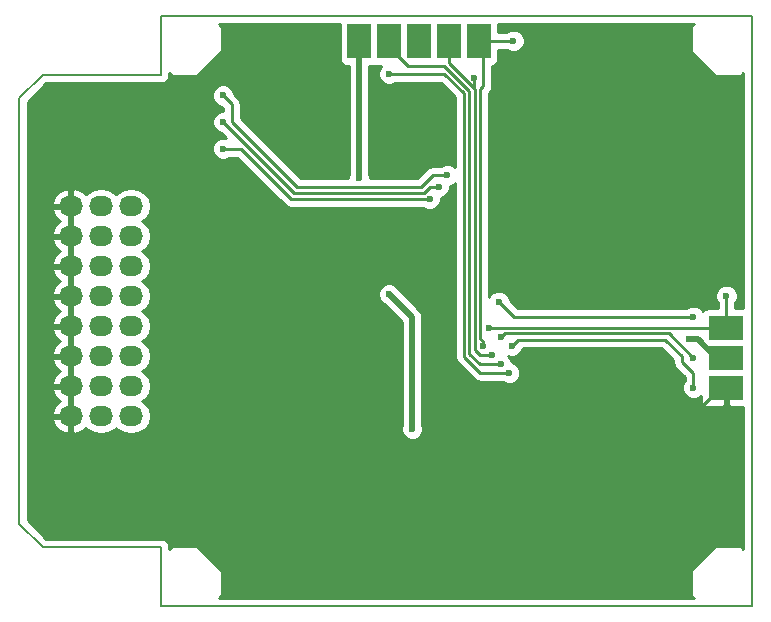
<source format=gbr>
G04 #@! TF.FileFunction,Copper,L2,Bot,Signal*
%FSLAX46Y46*%
G04 Gerber Fmt 4.6, Leading zero omitted, Abs format (unit mm)*
G04 Created by KiCad (PCBNEW 4.0.0-rc1-stable) date 11/9/2015 9:11:32 AM*
%MOMM*%
G01*
G04 APERTURE LIST*
%ADD10C,0.100000*%
%ADD11C,0.150000*%
%ADD12O,2.032000X1.727200*%
%ADD13R,3.000000X2.000000*%
%ADD14R,2.000000X3.000000*%
%ADD15C,0.600000*%
%ADD16C,0.250000*%
%ADD17C,0.500000*%
%ADD18C,0.254000*%
G04 APERTURE END LIST*
D10*
D11*
X100800000Y-76200000D02*
X100800000Y-26200000D01*
X50800000Y-76200000D02*
X100800000Y-76200000D01*
X50800000Y-71200000D02*
X50800000Y-76200000D01*
X40800000Y-71200000D02*
X50800000Y-71200000D01*
X38800000Y-69200000D02*
X40800000Y-71200000D01*
X38800000Y-33200000D02*
X38800000Y-69200000D01*
X40800000Y-31200000D02*
X38800000Y-33200000D01*
X50800000Y-31200000D02*
X40800000Y-31200000D01*
X50800000Y-26200000D02*
X50800000Y-31200000D01*
X100800000Y-26200000D02*
X50800000Y-26200000D01*
D12*
X43180000Y-42310000D03*
X43180000Y-44850000D03*
X43180000Y-47390000D03*
X43180000Y-49930000D03*
X43180000Y-52470000D03*
X43180000Y-55010000D03*
X43180000Y-57550000D03*
X43180000Y-60090000D03*
X45720000Y-42310000D03*
X45720000Y-44850000D03*
X45720000Y-47390000D03*
X45720000Y-49930000D03*
X45720000Y-52470000D03*
X45720000Y-55010000D03*
X45720000Y-57550000D03*
X45720000Y-60090000D03*
X48260000Y-42310000D03*
X48260000Y-44850000D03*
X48260000Y-47390000D03*
X48260000Y-49930000D03*
X48260000Y-52470000D03*
X48260000Y-55010000D03*
X48260000Y-57550000D03*
X48260000Y-60090000D03*
D13*
X98665000Y-52597000D03*
X98665000Y-55137000D03*
X98665000Y-57677000D03*
D14*
X67564000Y-28335000D03*
X70104000Y-28335000D03*
X72644000Y-28335000D03*
X75184000Y-28335000D03*
X77724000Y-28335000D03*
D15*
X70358000Y-52832002D03*
X74422000Y-57023000D03*
X70358000Y-57022996D03*
X78994002Y-45339000D03*
X71120002Y-45339000D03*
X86360000Y-50800000D03*
X86360000Y-42418000D03*
X72262998Y-32512000D03*
X51943000Y-45593000D03*
X50419000Y-49783996D03*
X40259000Y-40132000D03*
X58166000Y-49657000D03*
X52832006Y-55245000D03*
X65277996Y-55245000D03*
X66294000Y-51054000D03*
X92710000Y-50800000D03*
X83566000Y-58928000D03*
X93980000Y-55626000D03*
X64770000Y-67310000D03*
X73660000Y-73406000D03*
X82296000Y-67310000D03*
X78994000Y-34290000D03*
X78740000Y-39624000D03*
X81534000Y-50800000D03*
X58420000Y-34798000D03*
X57403997Y-39624000D03*
X63753996Y-43434000D03*
X74930000Y-35305982D03*
X40386000Y-62484000D03*
X40386000Y-51308000D03*
X63754000Y-38862000D03*
X92583000Y-37211000D03*
X70103994Y-49784000D03*
X72050000Y-61200000D03*
X67550000Y-39950000D03*
X95504000Y-53594000D03*
X79400000Y-50400000D03*
X95884990Y-51689000D03*
X95885000Y-57677000D03*
X80517996Y-54121000D03*
X79600000Y-53400000D03*
X95884994Y-55137000D03*
X78585872Y-52657069D03*
X98679000Y-49911000D03*
X80645000Y-28321000D03*
X78050000Y-54200000D03*
X77343000Y-31496000D03*
X78799994Y-54950000D03*
X79550000Y-55700000D03*
X70104000Y-31115002D03*
X80299996Y-56450000D03*
X56050000Y-32950000D03*
X75050000Y-39700000D03*
X74299994Y-40700000D03*
X56050000Y-35200000D03*
X73550000Y-41700000D03*
X56050000Y-37450000D03*
D16*
X69088000Y-51562002D02*
X70058001Y-52532003D01*
X69088000Y-47371002D02*
X69088000Y-51562002D01*
X71120002Y-45339000D02*
X69088000Y-47371002D01*
X70058001Y-52532003D02*
X70358000Y-52832002D01*
X70358000Y-57022996D02*
X70358000Y-52832002D01*
X82296000Y-63754000D02*
X81153000Y-63754000D01*
X74721999Y-57322999D02*
X74422000Y-57023000D01*
X81153000Y-63754000D02*
X74721999Y-57322999D01*
X78994002Y-45763264D02*
X78994002Y-45339000D01*
X78994002Y-48260002D02*
X78994002Y-45763264D01*
X81534000Y-50800000D02*
X78994002Y-48260002D01*
X73660000Y-73406000D02*
X65278000Y-73406000D01*
X65278000Y-73406000D02*
X64770000Y-72898000D01*
X64770000Y-72898000D02*
X64770000Y-67310000D01*
X86360000Y-50800000D02*
X92710000Y-50800000D01*
X81833999Y-46944001D02*
X86360000Y-42418000D01*
X81534000Y-50800000D02*
X81833999Y-50500001D01*
X81833999Y-50500001D02*
X81833999Y-46944001D01*
X72262998Y-32638980D02*
X72262998Y-32512000D01*
X74930000Y-35305982D02*
X72262998Y-32638980D01*
X98665000Y-57677000D02*
X98165000Y-57677000D01*
X93980000Y-58420000D02*
X93980000Y-55626000D01*
X98165000Y-57677000D02*
X96533000Y-59309000D01*
X96533000Y-59309000D02*
X94869000Y-59309000D01*
X94869000Y-59309000D02*
X93980000Y-58420000D01*
X57403997Y-39624000D02*
X57403997Y-44450003D01*
X57403997Y-44450003D02*
X52923998Y-48930002D01*
X52923998Y-48930002D02*
X51816000Y-48930002D01*
X51816000Y-48930002D02*
X51816000Y-45720000D01*
X51816000Y-45720000D02*
X51943000Y-45593000D01*
X51816000Y-48895000D02*
X50927004Y-49783996D01*
X50927004Y-49783996D02*
X50843264Y-49783996D01*
X50843264Y-49783996D02*
X50419000Y-49783996D01*
X40259000Y-40132000D02*
X40259000Y-41148000D01*
X41421000Y-42310000D02*
X43180000Y-42310000D01*
X40259000Y-41148000D02*
X41421000Y-42310000D01*
X63753996Y-44069004D02*
X58465999Y-49357001D01*
X63753996Y-43434000D02*
X63753996Y-44069004D01*
X58465999Y-49357001D02*
X58166000Y-49657000D01*
X52832006Y-55669264D02*
X52832006Y-55245000D01*
X52832006Y-59054994D02*
X52832006Y-55669264D01*
X49403000Y-62484000D02*
X52832006Y-59054994D01*
X40386000Y-62484000D02*
X49403000Y-62484000D01*
X65577995Y-54945001D02*
X65277996Y-55245000D01*
X66294000Y-54228996D02*
X65577995Y-54945001D01*
X66294000Y-51054000D02*
X66294000Y-54228996D01*
X83566000Y-58928000D02*
X82296000Y-60198000D01*
X82296000Y-60198000D02*
X82296000Y-63754000D01*
X82296000Y-63754000D02*
X82296000Y-67310000D01*
X78740000Y-39624000D02*
X78740000Y-34544000D01*
X78740000Y-34544000D02*
X78994000Y-34290000D01*
X79164264Y-39624000D02*
X78740000Y-39624000D01*
X90170000Y-39624000D02*
X79164264Y-39624000D01*
X92583000Y-37211000D02*
X90170000Y-39624000D01*
X58719999Y-35097999D02*
X58420000Y-34798000D01*
X62484000Y-38862000D02*
X58719999Y-35097999D01*
X63754000Y-38862000D02*
X62484000Y-38862000D01*
X43180000Y-42310000D02*
X43332400Y-42310000D01*
X43180000Y-49930000D02*
X41764000Y-49930000D01*
X41764000Y-49930000D02*
X40386000Y-51308000D01*
D17*
X70403993Y-50083999D02*
X70103994Y-49784000D01*
X72050000Y-51730006D02*
X70403993Y-50083999D01*
X72050000Y-61200000D02*
X72050000Y-51730006D01*
X67564000Y-28335000D02*
X67564000Y-39936000D01*
X67564000Y-39936000D02*
X67550000Y-39950000D01*
X97809000Y-55137000D02*
X96266000Y-53594000D01*
X96266000Y-53594000D02*
X95504000Y-53594000D01*
X98665000Y-55137000D02*
X97809000Y-55137000D01*
D16*
X95884990Y-51689000D02*
X80689000Y-51689000D01*
X79699999Y-50699999D02*
X79400000Y-50400000D01*
X80689000Y-51689000D02*
X79699999Y-50699999D01*
X80517996Y-54121000D02*
X81025996Y-53613000D01*
X81025996Y-53613000D02*
X93472000Y-53613000D01*
X93472000Y-53613000D02*
X94900000Y-55041000D01*
X94900000Y-55041000D02*
X94900000Y-55500000D01*
X94900000Y-55500000D02*
X95885000Y-56485000D01*
X95885000Y-56485000D02*
X95885000Y-57677000D01*
X79899999Y-53100001D02*
X79600000Y-53400000D01*
X93847995Y-53100001D02*
X79899999Y-53100001D01*
X95884994Y-55137000D02*
X93847995Y-53100001D01*
X78645941Y-52597000D02*
X78585872Y-52657069D01*
X98665000Y-52597000D02*
X78645941Y-52597000D01*
X98679000Y-49911000D02*
X98679000Y-52583000D01*
X98679000Y-52583000D02*
X98665000Y-52597000D01*
X78050000Y-53775736D02*
X78050000Y-54200000D01*
X77804033Y-53529769D02*
X78050000Y-53775736D01*
X78105000Y-32131000D02*
X77804033Y-32431967D01*
X78105000Y-28716000D02*
X78105000Y-32131000D01*
X77804033Y-32431967D02*
X77804033Y-53529769D01*
X77724000Y-28335000D02*
X78105000Y-28716000D01*
X80645000Y-28321000D02*
X77738000Y-28321000D01*
X77738000Y-28321000D02*
X77724000Y-28335000D01*
X75184000Y-30223178D02*
X77354022Y-32393200D01*
X75184000Y-28335000D02*
X75184000Y-30223178D01*
X77343000Y-31496000D02*
X77343000Y-32382178D01*
X77343000Y-32382178D02*
X77354022Y-32393200D01*
X78375730Y-54950000D02*
X78799994Y-54950000D01*
X77354022Y-54504022D02*
X77800000Y-54950000D01*
X77354022Y-32393200D02*
X77354022Y-54504022D01*
X77800000Y-54950000D02*
X78375730Y-54950000D01*
X79125736Y-55700000D02*
X79550000Y-55700000D01*
X77800000Y-55700000D02*
X79125736Y-55700000D01*
X76904011Y-54804011D02*
X77800000Y-55700000D01*
X76904011Y-32579600D02*
X76904011Y-54804011D01*
X74804411Y-30480000D02*
X76904011Y-32579600D01*
X71749000Y-30480000D02*
X74804411Y-30480000D01*
X70104000Y-28835000D02*
X71749000Y-30480000D01*
X70104000Y-28335000D02*
X70104000Y-28835000D01*
X74803002Y-31115002D02*
X70104000Y-31115002D01*
X76454000Y-32766000D02*
X74803002Y-31115002D01*
X76454000Y-55051824D02*
X76454000Y-32766000D01*
X77852176Y-56450000D02*
X76454000Y-55051824D01*
X80299996Y-56450000D02*
X77852176Y-56450000D01*
X75050000Y-39700000D02*
X73800000Y-39700000D01*
X56800000Y-33700000D02*
X56050000Y-32950000D01*
X73800000Y-39700000D02*
X72800000Y-40700000D01*
X72800000Y-40700000D02*
X62300000Y-40700000D01*
X62300000Y-40700000D02*
X56800000Y-35200000D01*
X56800000Y-35200000D02*
X56800000Y-33700000D01*
X56050000Y-35200000D02*
X62050000Y-41200000D01*
X62050000Y-41200000D02*
X73050000Y-41200000D01*
X73050000Y-41200000D02*
X73550000Y-40700000D01*
X73550000Y-40700000D02*
X73875730Y-40700000D01*
X73875730Y-40700000D02*
X74299994Y-40700000D01*
X56050000Y-37450000D02*
X57550000Y-37450000D01*
X57550000Y-37450000D02*
X61800000Y-41700000D01*
X61800000Y-41700000D02*
X73125736Y-41700000D01*
X73125736Y-41700000D02*
X73550000Y-41700000D01*
D18*
G36*
X65916560Y-29835000D02*
X65960838Y-30070317D01*
X66099910Y-30286441D01*
X66312110Y-30431431D01*
X66564000Y-30482440D01*
X66679000Y-30482440D01*
X66679000Y-39609463D01*
X66615162Y-39763201D01*
X66615008Y-39940000D01*
X62614802Y-39940000D01*
X57560000Y-34885198D01*
X57560000Y-33700000D01*
X57514589Y-33471705D01*
X57502148Y-33409160D01*
X57337401Y-33162599D01*
X56985122Y-32810320D01*
X56985162Y-32764833D01*
X56843117Y-32421057D01*
X56580327Y-32157808D01*
X56236799Y-32015162D01*
X55864833Y-32014838D01*
X55521057Y-32156883D01*
X55257808Y-32419673D01*
X55115162Y-32763201D01*
X55114838Y-33135167D01*
X55256883Y-33478943D01*
X55519673Y-33742192D01*
X55863201Y-33884838D01*
X55910077Y-33884879D01*
X56040000Y-34014802D01*
X56040000Y-34264991D01*
X55864833Y-34264838D01*
X55521057Y-34406883D01*
X55257808Y-34669673D01*
X55115162Y-35013201D01*
X55114838Y-35385167D01*
X55256883Y-35728943D01*
X55519673Y-35992192D01*
X55863201Y-36134838D01*
X55910077Y-36134879D01*
X56328394Y-36553196D01*
X56236799Y-36515162D01*
X55864833Y-36514838D01*
X55521057Y-36656883D01*
X55257808Y-36919673D01*
X55115162Y-37263201D01*
X55114838Y-37635167D01*
X55256883Y-37978943D01*
X55519673Y-38242192D01*
X55863201Y-38384838D01*
X56235167Y-38385162D01*
X56578943Y-38243117D01*
X56612118Y-38210000D01*
X57235198Y-38210000D01*
X61262599Y-42237401D01*
X61509161Y-42402148D01*
X61800000Y-42460000D01*
X72987537Y-42460000D01*
X73019673Y-42492192D01*
X73363201Y-42634838D01*
X73735167Y-42635162D01*
X74078943Y-42493117D01*
X74342192Y-42230327D01*
X74484838Y-41886799D01*
X74485057Y-41635162D01*
X74485161Y-41635162D01*
X74828937Y-41493117D01*
X75092186Y-41230327D01*
X75234832Y-40886799D01*
X75235051Y-40635162D01*
X75235167Y-40635162D01*
X75578943Y-40493117D01*
X75694000Y-40378261D01*
X75694000Y-55051824D01*
X75751852Y-55342663D01*
X75916599Y-55589225D01*
X77314775Y-56987401D01*
X77561336Y-57152148D01*
X77609590Y-57161746D01*
X77852176Y-57210000D01*
X79737533Y-57210000D01*
X79769669Y-57242192D01*
X80113197Y-57384838D01*
X80485163Y-57385162D01*
X80828939Y-57243117D01*
X81092188Y-56980327D01*
X81234834Y-56636799D01*
X81235158Y-56264833D01*
X81093113Y-55921057D01*
X80830323Y-55657808D01*
X80486795Y-55515162D01*
X80485162Y-55515161D01*
X80485162Y-55514833D01*
X80343117Y-55171057D01*
X80155107Y-54982719D01*
X80331197Y-55055838D01*
X80703163Y-55056162D01*
X81046939Y-54914117D01*
X81310188Y-54651327D01*
X81425760Y-54373000D01*
X93157198Y-54373000D01*
X94140000Y-55355802D01*
X94140000Y-55500000D01*
X94197852Y-55790839D01*
X94362599Y-56037401D01*
X95125000Y-56799802D01*
X95125000Y-57114537D01*
X95092808Y-57146673D01*
X94950162Y-57490201D01*
X94949838Y-57862167D01*
X95091883Y-58205943D01*
X95354673Y-58469192D01*
X95698201Y-58611838D01*
X96070167Y-58612162D01*
X96413943Y-58470117D01*
X96530000Y-58354262D01*
X96530000Y-58803309D01*
X96626673Y-59036698D01*
X96805301Y-59215327D01*
X97038690Y-59312000D01*
X98379250Y-59312000D01*
X98538000Y-59153250D01*
X98538000Y-57804000D01*
X98518000Y-57804000D01*
X98518000Y-57550000D01*
X98538000Y-57550000D01*
X98538000Y-57530000D01*
X98792000Y-57530000D01*
X98792000Y-57550000D01*
X98812000Y-57550000D01*
X98812000Y-57804000D01*
X98792000Y-57804000D01*
X98792000Y-59153250D01*
X98950750Y-59312000D01*
X100090000Y-59312000D01*
X100090000Y-71310394D01*
X99889803Y-71110197D01*
X99849410Y-71083006D01*
X99800000Y-71073000D01*
X97800000Y-71073000D01*
X97752211Y-71082334D01*
X97710197Y-71110197D01*
X95710197Y-73110197D01*
X95683006Y-73150590D01*
X95673000Y-73200000D01*
X95673000Y-75200000D01*
X95682334Y-75247789D01*
X95710197Y-75289803D01*
X95910394Y-75490000D01*
X55689606Y-75490000D01*
X55889803Y-75289803D01*
X55916994Y-75249410D01*
X55927000Y-75200000D01*
X55927000Y-73200000D01*
X55917666Y-73152211D01*
X55889803Y-73110197D01*
X53889803Y-71110197D01*
X53849410Y-71083006D01*
X53800000Y-71073000D01*
X51800000Y-71073000D01*
X51752211Y-71082334D01*
X51710197Y-71110197D01*
X51510000Y-71310394D01*
X51510000Y-71200000D01*
X51455954Y-70928295D01*
X51302046Y-70697954D01*
X51071705Y-70544046D01*
X50800000Y-70490000D01*
X41094092Y-70490000D01*
X39510000Y-68905908D01*
X39510000Y-60449026D01*
X41572642Y-60449026D01*
X41575291Y-60464791D01*
X41829268Y-60992036D01*
X42265680Y-61381954D01*
X42818087Y-61575184D01*
X43053000Y-61430924D01*
X43053000Y-60217000D01*
X41693783Y-60217000D01*
X41572642Y-60449026D01*
X39510000Y-60449026D01*
X39510000Y-57909026D01*
X41572642Y-57909026D01*
X41575291Y-57924791D01*
X41829268Y-58452036D01*
X42241108Y-58820000D01*
X41829268Y-59187964D01*
X41575291Y-59715209D01*
X41572642Y-59730974D01*
X41693783Y-59963000D01*
X43053000Y-59963000D01*
X43053000Y-57677000D01*
X41693783Y-57677000D01*
X41572642Y-57909026D01*
X39510000Y-57909026D01*
X39510000Y-55369026D01*
X41572642Y-55369026D01*
X41575291Y-55384791D01*
X41829268Y-55912036D01*
X42241108Y-56280000D01*
X41829268Y-56647964D01*
X41575291Y-57175209D01*
X41572642Y-57190974D01*
X41693783Y-57423000D01*
X43053000Y-57423000D01*
X43053000Y-55137000D01*
X41693783Y-55137000D01*
X41572642Y-55369026D01*
X39510000Y-55369026D01*
X39510000Y-52829026D01*
X41572642Y-52829026D01*
X41575291Y-52844791D01*
X41829268Y-53372036D01*
X42241108Y-53740000D01*
X41829268Y-54107964D01*
X41575291Y-54635209D01*
X41572642Y-54650974D01*
X41693783Y-54883000D01*
X43053000Y-54883000D01*
X43053000Y-52597000D01*
X41693783Y-52597000D01*
X41572642Y-52829026D01*
X39510000Y-52829026D01*
X39510000Y-50289026D01*
X41572642Y-50289026D01*
X41575291Y-50304791D01*
X41829268Y-50832036D01*
X42241108Y-51200000D01*
X41829268Y-51567964D01*
X41575291Y-52095209D01*
X41572642Y-52110974D01*
X41693783Y-52343000D01*
X43053000Y-52343000D01*
X43053000Y-50057000D01*
X41693783Y-50057000D01*
X41572642Y-50289026D01*
X39510000Y-50289026D01*
X39510000Y-47749026D01*
X41572642Y-47749026D01*
X41575291Y-47764791D01*
X41829268Y-48292036D01*
X42241108Y-48660000D01*
X41829268Y-49027964D01*
X41575291Y-49555209D01*
X41572642Y-49570974D01*
X41693783Y-49803000D01*
X43053000Y-49803000D01*
X43053000Y-47517000D01*
X41693783Y-47517000D01*
X41572642Y-47749026D01*
X39510000Y-47749026D01*
X39510000Y-45209026D01*
X41572642Y-45209026D01*
X41575291Y-45224791D01*
X41829268Y-45752036D01*
X42241108Y-46120000D01*
X41829268Y-46487964D01*
X41575291Y-47015209D01*
X41572642Y-47030974D01*
X41693783Y-47263000D01*
X43053000Y-47263000D01*
X43053000Y-44977000D01*
X41693783Y-44977000D01*
X41572642Y-45209026D01*
X39510000Y-45209026D01*
X39510000Y-42669026D01*
X41572642Y-42669026D01*
X41575291Y-42684791D01*
X41829268Y-43212036D01*
X42241108Y-43580000D01*
X41829268Y-43947964D01*
X41575291Y-44475209D01*
X41572642Y-44490974D01*
X41693783Y-44723000D01*
X43053000Y-44723000D01*
X43053000Y-42437000D01*
X41693783Y-42437000D01*
X41572642Y-42669026D01*
X39510000Y-42669026D01*
X39510000Y-41950974D01*
X41572642Y-41950974D01*
X41693783Y-42183000D01*
X43053000Y-42183000D01*
X43053000Y-40969076D01*
X43307000Y-40969076D01*
X43307000Y-42183000D01*
X43327000Y-42183000D01*
X43327000Y-42437000D01*
X43307000Y-42437000D01*
X43307000Y-44723000D01*
X43327000Y-44723000D01*
X43327000Y-44977000D01*
X43307000Y-44977000D01*
X43307000Y-47263000D01*
X43327000Y-47263000D01*
X43327000Y-47517000D01*
X43307000Y-47517000D01*
X43307000Y-49803000D01*
X43327000Y-49803000D01*
X43327000Y-50057000D01*
X43307000Y-50057000D01*
X43307000Y-52343000D01*
X43327000Y-52343000D01*
X43327000Y-52597000D01*
X43307000Y-52597000D01*
X43307000Y-54883000D01*
X43327000Y-54883000D01*
X43327000Y-55137000D01*
X43307000Y-55137000D01*
X43307000Y-57423000D01*
X43327000Y-57423000D01*
X43327000Y-57677000D01*
X43307000Y-57677000D01*
X43307000Y-59963000D01*
X43327000Y-59963000D01*
X43327000Y-60217000D01*
X43307000Y-60217000D01*
X43307000Y-61430924D01*
X43541913Y-61575184D01*
X44094320Y-61381954D01*
X44430246Y-61081816D01*
X44475585Y-61149670D01*
X44961766Y-61474526D01*
X45535255Y-61588600D01*
X45904745Y-61588600D01*
X46478234Y-61474526D01*
X46964415Y-61149670D01*
X46990000Y-61111379D01*
X47015585Y-61149670D01*
X47501766Y-61474526D01*
X48075255Y-61588600D01*
X48444745Y-61588600D01*
X49018234Y-61474526D01*
X49504415Y-61149670D01*
X49829271Y-60663489D01*
X49943345Y-60090000D01*
X49829271Y-59516511D01*
X49504415Y-59030330D01*
X49189634Y-58820000D01*
X49504415Y-58609670D01*
X49829271Y-58123489D01*
X49943345Y-57550000D01*
X49829271Y-56976511D01*
X49504415Y-56490330D01*
X49189634Y-56280000D01*
X49504415Y-56069670D01*
X49829271Y-55583489D01*
X49943345Y-55010000D01*
X49829271Y-54436511D01*
X49504415Y-53950330D01*
X49189634Y-53740000D01*
X49504415Y-53529670D01*
X49829271Y-53043489D01*
X49943345Y-52470000D01*
X49829271Y-51896511D01*
X49504415Y-51410330D01*
X49189634Y-51200000D01*
X49504415Y-50989670D01*
X49829271Y-50503489D01*
X49935554Y-49969167D01*
X69168832Y-49969167D01*
X69310877Y-50312943D01*
X69573667Y-50576192D01*
X69694981Y-50626566D01*
X69778201Y-50709786D01*
X69778203Y-50709789D01*
X71165000Y-52096585D01*
X71165000Y-60893178D01*
X71115162Y-61013201D01*
X71114838Y-61385167D01*
X71256883Y-61728943D01*
X71519673Y-61992192D01*
X71863201Y-62134838D01*
X72235167Y-62135162D01*
X72578943Y-61993117D01*
X72842192Y-61730327D01*
X72984838Y-61386799D01*
X72985162Y-61014833D01*
X72935000Y-60893431D01*
X72935000Y-51730006D01*
X72867633Y-51391331D01*
X72675790Y-51104216D01*
X72675787Y-51104214D01*
X71029783Y-49458209D01*
X71029780Y-49458207D01*
X70946739Y-49375165D01*
X70897111Y-49255057D01*
X70634321Y-48991808D01*
X70290793Y-48849162D01*
X69918827Y-48848838D01*
X69575051Y-48990883D01*
X69311802Y-49253673D01*
X69169156Y-49597201D01*
X69168832Y-49969167D01*
X49935554Y-49969167D01*
X49943345Y-49930000D01*
X49829271Y-49356511D01*
X49504415Y-48870330D01*
X49189634Y-48660000D01*
X49504415Y-48449670D01*
X49829271Y-47963489D01*
X49943345Y-47390000D01*
X49829271Y-46816511D01*
X49504415Y-46330330D01*
X49189634Y-46120000D01*
X49504415Y-45909670D01*
X49829271Y-45423489D01*
X49943345Y-44850000D01*
X49829271Y-44276511D01*
X49504415Y-43790330D01*
X49189634Y-43580000D01*
X49504415Y-43369670D01*
X49829271Y-42883489D01*
X49943345Y-42310000D01*
X49829271Y-41736511D01*
X49504415Y-41250330D01*
X49018234Y-40925474D01*
X48444745Y-40811400D01*
X48075255Y-40811400D01*
X47501766Y-40925474D01*
X47015585Y-41250330D01*
X46990000Y-41288621D01*
X46964415Y-41250330D01*
X46478234Y-40925474D01*
X45904745Y-40811400D01*
X45535255Y-40811400D01*
X44961766Y-40925474D01*
X44475585Y-41250330D01*
X44430246Y-41318184D01*
X44094320Y-41018046D01*
X43541913Y-40824816D01*
X43307000Y-40969076D01*
X43053000Y-40969076D01*
X42818087Y-40824816D01*
X42265680Y-41018046D01*
X41829268Y-41407964D01*
X41575291Y-41935209D01*
X41572642Y-41950974D01*
X39510000Y-41950974D01*
X39510000Y-33494092D01*
X41094092Y-31910000D01*
X50800000Y-31910000D01*
X51071705Y-31855954D01*
X51302046Y-31702046D01*
X51455954Y-31471705D01*
X51510000Y-31200000D01*
X51510000Y-31089606D01*
X51710197Y-31289803D01*
X51750590Y-31316994D01*
X51800000Y-31327000D01*
X53800000Y-31327000D01*
X53847789Y-31317666D01*
X53889803Y-31289803D01*
X55889803Y-29289803D01*
X55916994Y-29249410D01*
X55927000Y-29200000D01*
X55927000Y-27200000D01*
X55917666Y-27152211D01*
X55889803Y-27110197D01*
X55689606Y-26910000D01*
X65916560Y-26910000D01*
X65916560Y-29835000D01*
X65916560Y-29835000D01*
G37*
X65916560Y-29835000D02*
X65960838Y-30070317D01*
X66099910Y-30286441D01*
X66312110Y-30431431D01*
X66564000Y-30482440D01*
X66679000Y-30482440D01*
X66679000Y-39609463D01*
X66615162Y-39763201D01*
X66615008Y-39940000D01*
X62614802Y-39940000D01*
X57560000Y-34885198D01*
X57560000Y-33700000D01*
X57514589Y-33471705D01*
X57502148Y-33409160D01*
X57337401Y-33162599D01*
X56985122Y-32810320D01*
X56985162Y-32764833D01*
X56843117Y-32421057D01*
X56580327Y-32157808D01*
X56236799Y-32015162D01*
X55864833Y-32014838D01*
X55521057Y-32156883D01*
X55257808Y-32419673D01*
X55115162Y-32763201D01*
X55114838Y-33135167D01*
X55256883Y-33478943D01*
X55519673Y-33742192D01*
X55863201Y-33884838D01*
X55910077Y-33884879D01*
X56040000Y-34014802D01*
X56040000Y-34264991D01*
X55864833Y-34264838D01*
X55521057Y-34406883D01*
X55257808Y-34669673D01*
X55115162Y-35013201D01*
X55114838Y-35385167D01*
X55256883Y-35728943D01*
X55519673Y-35992192D01*
X55863201Y-36134838D01*
X55910077Y-36134879D01*
X56328394Y-36553196D01*
X56236799Y-36515162D01*
X55864833Y-36514838D01*
X55521057Y-36656883D01*
X55257808Y-36919673D01*
X55115162Y-37263201D01*
X55114838Y-37635167D01*
X55256883Y-37978943D01*
X55519673Y-38242192D01*
X55863201Y-38384838D01*
X56235167Y-38385162D01*
X56578943Y-38243117D01*
X56612118Y-38210000D01*
X57235198Y-38210000D01*
X61262599Y-42237401D01*
X61509161Y-42402148D01*
X61800000Y-42460000D01*
X72987537Y-42460000D01*
X73019673Y-42492192D01*
X73363201Y-42634838D01*
X73735167Y-42635162D01*
X74078943Y-42493117D01*
X74342192Y-42230327D01*
X74484838Y-41886799D01*
X74485057Y-41635162D01*
X74485161Y-41635162D01*
X74828937Y-41493117D01*
X75092186Y-41230327D01*
X75234832Y-40886799D01*
X75235051Y-40635162D01*
X75235167Y-40635162D01*
X75578943Y-40493117D01*
X75694000Y-40378261D01*
X75694000Y-55051824D01*
X75751852Y-55342663D01*
X75916599Y-55589225D01*
X77314775Y-56987401D01*
X77561336Y-57152148D01*
X77609590Y-57161746D01*
X77852176Y-57210000D01*
X79737533Y-57210000D01*
X79769669Y-57242192D01*
X80113197Y-57384838D01*
X80485163Y-57385162D01*
X80828939Y-57243117D01*
X81092188Y-56980327D01*
X81234834Y-56636799D01*
X81235158Y-56264833D01*
X81093113Y-55921057D01*
X80830323Y-55657808D01*
X80486795Y-55515162D01*
X80485162Y-55515161D01*
X80485162Y-55514833D01*
X80343117Y-55171057D01*
X80155107Y-54982719D01*
X80331197Y-55055838D01*
X80703163Y-55056162D01*
X81046939Y-54914117D01*
X81310188Y-54651327D01*
X81425760Y-54373000D01*
X93157198Y-54373000D01*
X94140000Y-55355802D01*
X94140000Y-55500000D01*
X94197852Y-55790839D01*
X94362599Y-56037401D01*
X95125000Y-56799802D01*
X95125000Y-57114537D01*
X95092808Y-57146673D01*
X94950162Y-57490201D01*
X94949838Y-57862167D01*
X95091883Y-58205943D01*
X95354673Y-58469192D01*
X95698201Y-58611838D01*
X96070167Y-58612162D01*
X96413943Y-58470117D01*
X96530000Y-58354262D01*
X96530000Y-58803309D01*
X96626673Y-59036698D01*
X96805301Y-59215327D01*
X97038690Y-59312000D01*
X98379250Y-59312000D01*
X98538000Y-59153250D01*
X98538000Y-57804000D01*
X98518000Y-57804000D01*
X98518000Y-57550000D01*
X98538000Y-57550000D01*
X98538000Y-57530000D01*
X98792000Y-57530000D01*
X98792000Y-57550000D01*
X98812000Y-57550000D01*
X98812000Y-57804000D01*
X98792000Y-57804000D01*
X98792000Y-59153250D01*
X98950750Y-59312000D01*
X100090000Y-59312000D01*
X100090000Y-71310394D01*
X99889803Y-71110197D01*
X99849410Y-71083006D01*
X99800000Y-71073000D01*
X97800000Y-71073000D01*
X97752211Y-71082334D01*
X97710197Y-71110197D01*
X95710197Y-73110197D01*
X95683006Y-73150590D01*
X95673000Y-73200000D01*
X95673000Y-75200000D01*
X95682334Y-75247789D01*
X95710197Y-75289803D01*
X95910394Y-75490000D01*
X55689606Y-75490000D01*
X55889803Y-75289803D01*
X55916994Y-75249410D01*
X55927000Y-75200000D01*
X55927000Y-73200000D01*
X55917666Y-73152211D01*
X55889803Y-73110197D01*
X53889803Y-71110197D01*
X53849410Y-71083006D01*
X53800000Y-71073000D01*
X51800000Y-71073000D01*
X51752211Y-71082334D01*
X51710197Y-71110197D01*
X51510000Y-71310394D01*
X51510000Y-71200000D01*
X51455954Y-70928295D01*
X51302046Y-70697954D01*
X51071705Y-70544046D01*
X50800000Y-70490000D01*
X41094092Y-70490000D01*
X39510000Y-68905908D01*
X39510000Y-60449026D01*
X41572642Y-60449026D01*
X41575291Y-60464791D01*
X41829268Y-60992036D01*
X42265680Y-61381954D01*
X42818087Y-61575184D01*
X43053000Y-61430924D01*
X43053000Y-60217000D01*
X41693783Y-60217000D01*
X41572642Y-60449026D01*
X39510000Y-60449026D01*
X39510000Y-57909026D01*
X41572642Y-57909026D01*
X41575291Y-57924791D01*
X41829268Y-58452036D01*
X42241108Y-58820000D01*
X41829268Y-59187964D01*
X41575291Y-59715209D01*
X41572642Y-59730974D01*
X41693783Y-59963000D01*
X43053000Y-59963000D01*
X43053000Y-57677000D01*
X41693783Y-57677000D01*
X41572642Y-57909026D01*
X39510000Y-57909026D01*
X39510000Y-55369026D01*
X41572642Y-55369026D01*
X41575291Y-55384791D01*
X41829268Y-55912036D01*
X42241108Y-56280000D01*
X41829268Y-56647964D01*
X41575291Y-57175209D01*
X41572642Y-57190974D01*
X41693783Y-57423000D01*
X43053000Y-57423000D01*
X43053000Y-55137000D01*
X41693783Y-55137000D01*
X41572642Y-55369026D01*
X39510000Y-55369026D01*
X39510000Y-52829026D01*
X41572642Y-52829026D01*
X41575291Y-52844791D01*
X41829268Y-53372036D01*
X42241108Y-53740000D01*
X41829268Y-54107964D01*
X41575291Y-54635209D01*
X41572642Y-54650974D01*
X41693783Y-54883000D01*
X43053000Y-54883000D01*
X43053000Y-52597000D01*
X41693783Y-52597000D01*
X41572642Y-52829026D01*
X39510000Y-52829026D01*
X39510000Y-50289026D01*
X41572642Y-50289026D01*
X41575291Y-50304791D01*
X41829268Y-50832036D01*
X42241108Y-51200000D01*
X41829268Y-51567964D01*
X41575291Y-52095209D01*
X41572642Y-52110974D01*
X41693783Y-52343000D01*
X43053000Y-52343000D01*
X43053000Y-50057000D01*
X41693783Y-50057000D01*
X41572642Y-50289026D01*
X39510000Y-50289026D01*
X39510000Y-47749026D01*
X41572642Y-47749026D01*
X41575291Y-47764791D01*
X41829268Y-48292036D01*
X42241108Y-48660000D01*
X41829268Y-49027964D01*
X41575291Y-49555209D01*
X41572642Y-49570974D01*
X41693783Y-49803000D01*
X43053000Y-49803000D01*
X43053000Y-47517000D01*
X41693783Y-47517000D01*
X41572642Y-47749026D01*
X39510000Y-47749026D01*
X39510000Y-45209026D01*
X41572642Y-45209026D01*
X41575291Y-45224791D01*
X41829268Y-45752036D01*
X42241108Y-46120000D01*
X41829268Y-46487964D01*
X41575291Y-47015209D01*
X41572642Y-47030974D01*
X41693783Y-47263000D01*
X43053000Y-47263000D01*
X43053000Y-44977000D01*
X41693783Y-44977000D01*
X41572642Y-45209026D01*
X39510000Y-45209026D01*
X39510000Y-42669026D01*
X41572642Y-42669026D01*
X41575291Y-42684791D01*
X41829268Y-43212036D01*
X42241108Y-43580000D01*
X41829268Y-43947964D01*
X41575291Y-44475209D01*
X41572642Y-44490974D01*
X41693783Y-44723000D01*
X43053000Y-44723000D01*
X43053000Y-42437000D01*
X41693783Y-42437000D01*
X41572642Y-42669026D01*
X39510000Y-42669026D01*
X39510000Y-41950974D01*
X41572642Y-41950974D01*
X41693783Y-42183000D01*
X43053000Y-42183000D01*
X43053000Y-40969076D01*
X43307000Y-40969076D01*
X43307000Y-42183000D01*
X43327000Y-42183000D01*
X43327000Y-42437000D01*
X43307000Y-42437000D01*
X43307000Y-44723000D01*
X43327000Y-44723000D01*
X43327000Y-44977000D01*
X43307000Y-44977000D01*
X43307000Y-47263000D01*
X43327000Y-47263000D01*
X43327000Y-47517000D01*
X43307000Y-47517000D01*
X43307000Y-49803000D01*
X43327000Y-49803000D01*
X43327000Y-50057000D01*
X43307000Y-50057000D01*
X43307000Y-52343000D01*
X43327000Y-52343000D01*
X43327000Y-52597000D01*
X43307000Y-52597000D01*
X43307000Y-54883000D01*
X43327000Y-54883000D01*
X43327000Y-55137000D01*
X43307000Y-55137000D01*
X43307000Y-57423000D01*
X43327000Y-57423000D01*
X43327000Y-57677000D01*
X43307000Y-57677000D01*
X43307000Y-59963000D01*
X43327000Y-59963000D01*
X43327000Y-60217000D01*
X43307000Y-60217000D01*
X43307000Y-61430924D01*
X43541913Y-61575184D01*
X44094320Y-61381954D01*
X44430246Y-61081816D01*
X44475585Y-61149670D01*
X44961766Y-61474526D01*
X45535255Y-61588600D01*
X45904745Y-61588600D01*
X46478234Y-61474526D01*
X46964415Y-61149670D01*
X46990000Y-61111379D01*
X47015585Y-61149670D01*
X47501766Y-61474526D01*
X48075255Y-61588600D01*
X48444745Y-61588600D01*
X49018234Y-61474526D01*
X49504415Y-61149670D01*
X49829271Y-60663489D01*
X49943345Y-60090000D01*
X49829271Y-59516511D01*
X49504415Y-59030330D01*
X49189634Y-58820000D01*
X49504415Y-58609670D01*
X49829271Y-58123489D01*
X49943345Y-57550000D01*
X49829271Y-56976511D01*
X49504415Y-56490330D01*
X49189634Y-56280000D01*
X49504415Y-56069670D01*
X49829271Y-55583489D01*
X49943345Y-55010000D01*
X49829271Y-54436511D01*
X49504415Y-53950330D01*
X49189634Y-53740000D01*
X49504415Y-53529670D01*
X49829271Y-53043489D01*
X49943345Y-52470000D01*
X49829271Y-51896511D01*
X49504415Y-51410330D01*
X49189634Y-51200000D01*
X49504415Y-50989670D01*
X49829271Y-50503489D01*
X49935554Y-49969167D01*
X69168832Y-49969167D01*
X69310877Y-50312943D01*
X69573667Y-50576192D01*
X69694981Y-50626566D01*
X69778201Y-50709786D01*
X69778203Y-50709789D01*
X71165000Y-52096585D01*
X71165000Y-60893178D01*
X71115162Y-61013201D01*
X71114838Y-61385167D01*
X71256883Y-61728943D01*
X71519673Y-61992192D01*
X71863201Y-62134838D01*
X72235167Y-62135162D01*
X72578943Y-61993117D01*
X72842192Y-61730327D01*
X72984838Y-61386799D01*
X72985162Y-61014833D01*
X72935000Y-60893431D01*
X72935000Y-51730006D01*
X72867633Y-51391331D01*
X72675790Y-51104216D01*
X72675787Y-51104214D01*
X71029783Y-49458209D01*
X71029780Y-49458207D01*
X70946739Y-49375165D01*
X70897111Y-49255057D01*
X70634321Y-48991808D01*
X70290793Y-48849162D01*
X69918827Y-48848838D01*
X69575051Y-48990883D01*
X69311802Y-49253673D01*
X69169156Y-49597201D01*
X69168832Y-49969167D01*
X49935554Y-49969167D01*
X49943345Y-49930000D01*
X49829271Y-49356511D01*
X49504415Y-48870330D01*
X49189634Y-48660000D01*
X49504415Y-48449670D01*
X49829271Y-47963489D01*
X49943345Y-47390000D01*
X49829271Y-46816511D01*
X49504415Y-46330330D01*
X49189634Y-46120000D01*
X49504415Y-45909670D01*
X49829271Y-45423489D01*
X49943345Y-44850000D01*
X49829271Y-44276511D01*
X49504415Y-43790330D01*
X49189634Y-43580000D01*
X49504415Y-43369670D01*
X49829271Y-42883489D01*
X49943345Y-42310000D01*
X49829271Y-41736511D01*
X49504415Y-41250330D01*
X49018234Y-40925474D01*
X48444745Y-40811400D01*
X48075255Y-40811400D01*
X47501766Y-40925474D01*
X47015585Y-41250330D01*
X46990000Y-41288621D01*
X46964415Y-41250330D01*
X46478234Y-40925474D01*
X45904745Y-40811400D01*
X45535255Y-40811400D01*
X44961766Y-40925474D01*
X44475585Y-41250330D01*
X44430246Y-41318184D01*
X44094320Y-41018046D01*
X43541913Y-40824816D01*
X43307000Y-40969076D01*
X43053000Y-40969076D01*
X42818087Y-40824816D01*
X42265680Y-41018046D01*
X41829268Y-41407964D01*
X41575291Y-41935209D01*
X41572642Y-41950974D01*
X39510000Y-41950974D01*
X39510000Y-33494092D01*
X41094092Y-31910000D01*
X50800000Y-31910000D01*
X51071705Y-31855954D01*
X51302046Y-31702046D01*
X51455954Y-31471705D01*
X51510000Y-31200000D01*
X51510000Y-31089606D01*
X51710197Y-31289803D01*
X51750590Y-31316994D01*
X51800000Y-31327000D01*
X53800000Y-31327000D01*
X53847789Y-31317666D01*
X53889803Y-31289803D01*
X55889803Y-29289803D01*
X55916994Y-29249410D01*
X55927000Y-29200000D01*
X55927000Y-27200000D01*
X55917666Y-27152211D01*
X55889803Y-27110197D01*
X55689606Y-26910000D01*
X65916560Y-26910000D01*
X65916560Y-29835000D01*
G36*
X95710197Y-27110197D02*
X95683006Y-27150590D01*
X95673000Y-27200000D01*
X95673000Y-29200000D01*
X95682334Y-29247789D01*
X95710197Y-29289803D01*
X97710197Y-31289803D01*
X97750590Y-31316994D01*
X97800000Y-31327000D01*
X99800000Y-31327000D01*
X99847789Y-31317666D01*
X99889803Y-31289803D01*
X100090000Y-31089606D01*
X100090000Y-50949560D01*
X99439000Y-50949560D01*
X99439000Y-50473463D01*
X99471192Y-50441327D01*
X99613838Y-50097799D01*
X99614162Y-49725833D01*
X99472117Y-49382057D01*
X99209327Y-49118808D01*
X98865799Y-48976162D01*
X98493833Y-48975838D01*
X98150057Y-49117883D01*
X97886808Y-49380673D01*
X97744162Y-49724201D01*
X97743838Y-50096167D01*
X97885883Y-50439943D01*
X97919000Y-50473118D01*
X97919000Y-50949560D01*
X97165000Y-50949560D01*
X96929683Y-50993838D01*
X96713559Y-51132910D01*
X96684477Y-51175473D01*
X96678107Y-51160057D01*
X96415317Y-50896808D01*
X96071789Y-50754162D01*
X95699823Y-50753838D01*
X95356047Y-50895883D01*
X95322872Y-50929000D01*
X81003802Y-50929000D01*
X80335122Y-50260320D01*
X80335162Y-50214833D01*
X80193117Y-49871057D01*
X79930327Y-49607808D01*
X79586799Y-49465162D01*
X79214833Y-49464838D01*
X78871057Y-49606883D01*
X78607808Y-49869673D01*
X78564033Y-49975094D01*
X78564033Y-32746769D01*
X78642401Y-32668401D01*
X78807148Y-32421839D01*
X78865000Y-32131000D01*
X78865000Y-30455909D01*
X78959317Y-30438162D01*
X79175441Y-30299090D01*
X79320431Y-30086890D01*
X79371440Y-29835000D01*
X79371440Y-29081000D01*
X80082537Y-29081000D01*
X80114673Y-29113192D01*
X80458201Y-29255838D01*
X80830167Y-29256162D01*
X81173943Y-29114117D01*
X81437192Y-28851327D01*
X81579838Y-28507799D01*
X81580162Y-28135833D01*
X81438117Y-27792057D01*
X81175327Y-27528808D01*
X80831799Y-27386162D01*
X80459833Y-27385838D01*
X80116057Y-27527883D01*
X80082882Y-27561000D01*
X79371440Y-27561000D01*
X79371440Y-26910000D01*
X95910394Y-26910000D01*
X95710197Y-27110197D01*
X95710197Y-27110197D01*
G37*
X95710197Y-27110197D02*
X95683006Y-27150590D01*
X95673000Y-27200000D01*
X95673000Y-29200000D01*
X95682334Y-29247789D01*
X95710197Y-29289803D01*
X97710197Y-31289803D01*
X97750590Y-31316994D01*
X97800000Y-31327000D01*
X99800000Y-31327000D01*
X99847789Y-31317666D01*
X99889803Y-31289803D01*
X100090000Y-31089606D01*
X100090000Y-50949560D01*
X99439000Y-50949560D01*
X99439000Y-50473463D01*
X99471192Y-50441327D01*
X99613838Y-50097799D01*
X99614162Y-49725833D01*
X99472117Y-49382057D01*
X99209327Y-49118808D01*
X98865799Y-48976162D01*
X98493833Y-48975838D01*
X98150057Y-49117883D01*
X97886808Y-49380673D01*
X97744162Y-49724201D01*
X97743838Y-50096167D01*
X97885883Y-50439943D01*
X97919000Y-50473118D01*
X97919000Y-50949560D01*
X97165000Y-50949560D01*
X96929683Y-50993838D01*
X96713559Y-51132910D01*
X96684477Y-51175473D01*
X96678107Y-51160057D01*
X96415317Y-50896808D01*
X96071789Y-50754162D01*
X95699823Y-50753838D01*
X95356047Y-50895883D01*
X95322872Y-50929000D01*
X81003802Y-50929000D01*
X80335122Y-50260320D01*
X80335162Y-50214833D01*
X80193117Y-49871057D01*
X79930327Y-49607808D01*
X79586799Y-49465162D01*
X79214833Y-49464838D01*
X78871057Y-49606883D01*
X78607808Y-49869673D01*
X78564033Y-49975094D01*
X78564033Y-32746769D01*
X78642401Y-32668401D01*
X78807148Y-32421839D01*
X78865000Y-32131000D01*
X78865000Y-30455909D01*
X78959317Y-30438162D01*
X79175441Y-30299090D01*
X79320431Y-30086890D01*
X79371440Y-29835000D01*
X79371440Y-29081000D01*
X80082537Y-29081000D01*
X80114673Y-29113192D01*
X80458201Y-29255838D01*
X80830167Y-29256162D01*
X81173943Y-29114117D01*
X81437192Y-28851327D01*
X81579838Y-28507799D01*
X81580162Y-28135833D01*
X81438117Y-27792057D01*
X81175327Y-27528808D01*
X80831799Y-27386162D01*
X80459833Y-27385838D01*
X80116057Y-27527883D01*
X80082882Y-27561000D01*
X79371440Y-27561000D01*
X79371440Y-26910000D01*
X95910394Y-26910000D01*
X95710197Y-27110197D01*
G36*
X68852110Y-30431431D02*
X69104000Y-30482440D01*
X69414222Y-30482440D01*
X69311808Y-30584675D01*
X69169162Y-30928203D01*
X69168838Y-31300169D01*
X69310883Y-31643945D01*
X69573673Y-31907194D01*
X69917201Y-32049840D01*
X70289167Y-32050164D01*
X70632943Y-31908119D01*
X70666118Y-31875002D01*
X74488200Y-31875002D01*
X75694000Y-33080802D01*
X75694000Y-39021680D01*
X75580327Y-38907808D01*
X75236799Y-38765162D01*
X74864833Y-38764838D01*
X74521057Y-38906883D01*
X74487882Y-38940000D01*
X73800000Y-38940000D01*
X73509161Y-38997852D01*
X73262599Y-39162599D01*
X72485198Y-39940000D01*
X68485009Y-39940000D01*
X68485162Y-39764833D01*
X68449000Y-39677314D01*
X68449000Y-30482440D01*
X68564000Y-30482440D01*
X68799317Y-30438162D01*
X68831578Y-30417402D01*
X68852110Y-30431431D01*
X68852110Y-30431431D01*
G37*
X68852110Y-30431431D02*
X69104000Y-30482440D01*
X69414222Y-30482440D01*
X69311808Y-30584675D01*
X69169162Y-30928203D01*
X69168838Y-31300169D01*
X69310883Y-31643945D01*
X69573673Y-31907194D01*
X69917201Y-32049840D01*
X70289167Y-32050164D01*
X70632943Y-31908119D01*
X70666118Y-31875002D01*
X74488200Y-31875002D01*
X75694000Y-33080802D01*
X75694000Y-39021680D01*
X75580327Y-38907808D01*
X75236799Y-38765162D01*
X74864833Y-38764838D01*
X74521057Y-38906883D01*
X74487882Y-38940000D01*
X73800000Y-38940000D01*
X73509161Y-38997852D01*
X73262599Y-39162599D01*
X72485198Y-39940000D01*
X68485009Y-39940000D01*
X68485162Y-39764833D01*
X68449000Y-39677314D01*
X68449000Y-30482440D01*
X68564000Y-30482440D01*
X68799317Y-30438162D01*
X68831578Y-30417402D01*
X68852110Y-30431431D01*
M02*

</source>
